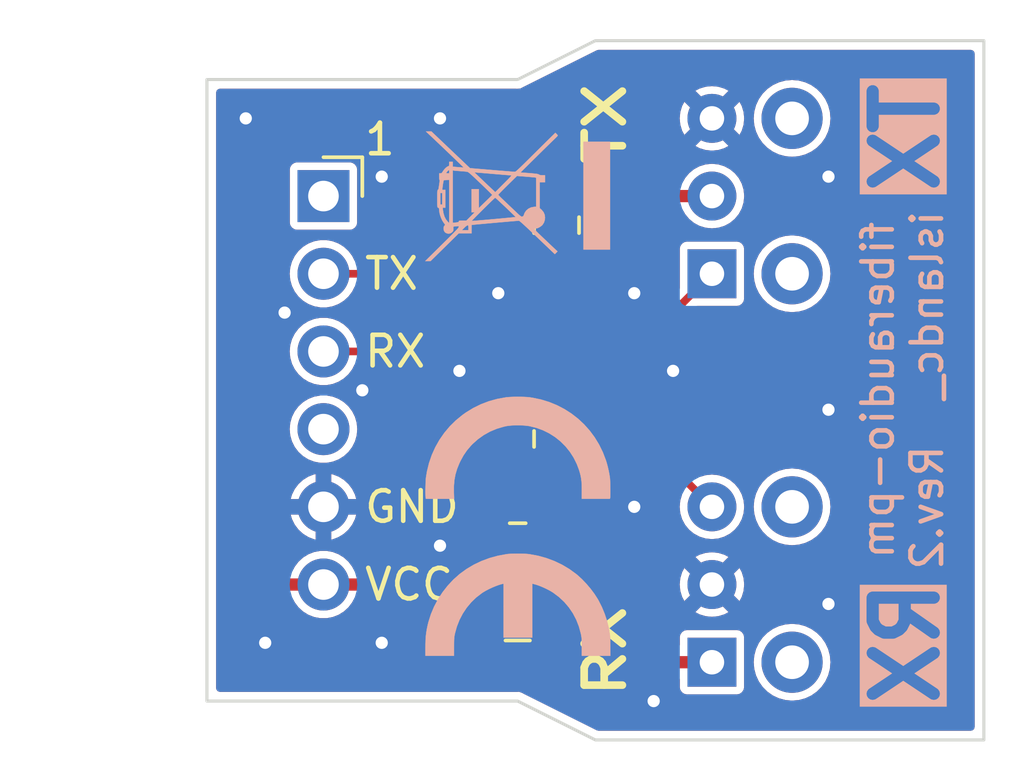
<source format=kicad_pcb>
(kicad_pcb (version 20221018) (generator pcbnew)
  (title_block (title "fiberaudio-pm") (date "2024-01-22") (rev "2") (company "https://github.com/islandcontroller/fiberaudio-pm"))
  (layers (0 "F.Cu" signal) (31 "B.Cu" signal) (34 "B.Paste" user) (35 "F.Paste" user) (36 "B.SilkS" user "B.Silkscreen") (37 "F.SilkS" user "F.Silkscreen") (38 "B.Mask" user) (39 "F.Mask" user) (44 "Edge.Cuts" user))
  (net 0 "")
  (net 1 "GND")
  (net 2 "Net-(J3-GND)")
  (net 3 "/RX")
  (net 5 "/TX")
  (net 7 "VCC")
  (footprint "Capacitor_SMD:C_0805_2012Metric" (layer "F.Cu") (at 101.6 62.55 90)
    (fp_text reference "C32" hide)
    (fp_text value "33p" hide)
    (fp_line (start -0.261252 -0.735) (end 0.261252 -0.735) (stroke (width 0.12)) (layer "F.SilkS"))
    (fp_line (start -0.261252 0.735) (end 0.261252 0.735) (stroke (width 0.12)) (layer "F.SilkS"))
    (pad "1" smd roundrect (at -0.95 0 90) (size 1 1.45) (layers "F.Cu" "F.Paste" "F.Mask") (net 3 "/RX"))
    (pad "2" smd roundrect (at 0.95 0 90) (size 1 1.45) (layers "F.Cu" "F.Paste" "F.Mask") (net 1 "GND"))
  )
  (footprint "Capacitor_SMD:C_0805_2012Metric" (layer "F.Cu") (at 100.33 66.04 180)
    (fp_text reference "C31" hide)
    (fp_text value "100n" hide)
    (fp_line (start -0.261252 -0.735) (end 0.261252 -0.735) (stroke (width 0.12)) (layer "F.SilkS"))
    (fp_line (start -0.261252 0.735) (end 0.261252 0.735) (stroke (width 0.12)) (layer "F.SilkS"))
    (pad "1" smd roundrect (at -0.95 0 180) (size 1 1.45) (layers "F.Cu" "F.Paste" "F.Mask") (net 2 "Net-(J3-GND)"))
    (pad "2" smd roundrect (at 0.95 0 180) (size 1 1.45) (layers "F.Cu" "F.Paste" "F.Mask") (net 1 "GND"))
  )
  (footprint "Capacitor_SMD:C_0805_2012Metric" (layer "F.Cu") (at 101.6 55.56 -90)
    (fp_text reference "C21" hide)
    (fp_text value "100n" hide)
    (fp_line (start -0.261252 -0.735) (end 0.261252 -0.735) (stroke (width 0.12)) (layer "F.SilkS"))
    (fp_line (start -0.261252 0.735) (end 0.261252 0.735) (stroke (width 0.12)) (layer "F.SilkS"))
    (pad "1" smd roundrect (at -0.95 0 270) (size 1 1.45) (layers "F.Cu" "F.Paste" "F.Mask") (net 7 "VCC"))
    (pad "2" smd roundrect (at 0.95 0 270) (size 1 1.45) (layers "F.Cu" "F.Paste" "F.Mask") (net 1 "GND"))
  )
  (footprint "custom:PinHeader_1x06_P2.54mm_Horizontal_Mirrored" (layer "F.Cu") (at 93.98 54.61)
    (fp_text reference "J1" hide)
    (fp_text value "Conn_01x06" hide)
    (fp_line (start 1.27 -1.27) (end 0 -1.27) (stroke (width 0.12)) (layer "F.SilkS"))
    (fp_line (start 1.27 0) (end 1.27 -1.27) (stroke (width 0.12)) (layer "F.SilkS"))
    (pad "1" thru_hole rect (at 0 0) (size 1.7 1.7) (drill 1) (layers "*.Cu" "*.Mask"))
    (pad "2" thru_hole oval (at 0 2.54) (size 1.7 1.7) (drill 1) (layers "*.Cu" "*.Mask") (net 5 "/TX"))
    (pad "3" thru_hole oval (at 0 5.08) (size 1.7 1.7) (drill 1) (layers "*.Cu" "*.Mask") (net 3 "/RX"))
    (pad "4" thru_hole oval (at 0 7.62) (size 1.7 1.7) (drill 1) (layers "*.Cu" "*.Mask"))
    (pad "5" thru_hole oval (at 0 10.16) (size 1.7 1.7) (drill 1) (layers "*.Cu" "*.Mask") (net 1 "GND"))
    (pad "6" thru_hole oval (at 0 12.7) (size 1.7 1.7) (drill 1) (layers "*.Cu" "*.Mask") (net 7 "VCC"))
  )
  (footprint "custom:Everlight_T10W" (layer "F.Cu") (at 106.68 67.31 90)
    (fp_text reference "J3" hide)
    (fp_text value "PLR237/T10BK")
    (pad "1" thru_hole rect (at -2.54 0 90) (size 1.6 1.6) (drill 0.8) (layers "*.Cu" "*.Mask") (net 2 "Net-(J3-GND)"))
    (pad "2" thru_hole circle (at 0 0 90) (size 1.6 1.6) (drill 0.8) (layers "*.Cu" "*.Mask") (net 1 "GND"))
    (pad "3" thru_hole circle (at 2.54 0 90) (size 1.6 1.6) (drill 0.8) (layers "*.Cu" "*.Mask") (net 3 "/RX"))
    (pad "4" thru_hole circle (at -2.54 2.62 90) (size 2 2) (drill 1.1) (layers "*.Cu" "*.Mask"))
    (pad "5" thru_hole circle (at 2.54 2.62 90) (size 2 2) (drill 1.1) (layers "*.Cu" "*.Mask"))
  )
  (footprint "custom:Everlight_T10W" (layer "F.Cu") (at 106.68 54.61 90)
    (fp_text reference "J2" hide)
    (fp_text value "PLT237/T10WH")
    (pad "1" thru_hole rect (at -2.54 0 90) (size 1.6 1.6) (drill 0.8) (layers "*.Cu" "*.Mask") (net 5 "/TX"))
    (pad "2" thru_hole circle (at 0 0 90) (size 1.6 1.6) (drill 0.8) (layers "*.Cu" "*.Mask") (net 7 "VCC"))
    (pad "3" thru_hole circle (at 2.54 0 90) (size 1.6 1.6) (drill 0.8) (layers "*.Cu" "*.Mask") (net 1 "GND"))
    (pad "4" thru_hole circle (at -2.54 2.62 90) (size 2 2) (drill 1.1) (layers "*.Cu" "*.Mask"))
    (pad "5" thru_hole circle (at 2.54 2.62 90) (size 2 2) (drill 1.1) (layers "*.Cu" "*.Mask"))
  )
  (footprint "Inductor_SMD:L_0805_2012Metric" (layer "F.Cu") (at 100.33 68.58)
    (fp_text reference "L31" hide)
    (fp_text value "47u" hide)
    (fp_line (start -0.399622 -0.56) (end 0.399622 -0.56) (stroke (width 0.12)) (layer "F.SilkS"))
    (fp_line (start -0.399622 0.56) (end 0.399622 0.56) (stroke (width 0.12)) (layer "F.SilkS"))
    (pad "1" smd roundrect (at -1.0625 0) (size 0.875 1.2) (layers "F.Cu" "F.Paste" "F.Mask") (net 7 "VCC"))
    (pad "2" smd roundrect (at 1.0625 0) (size 0.875 1.2) (layers "F.Cu" "F.Paste" "F.Mask") (net 2 "Net-(J3-GND)"))
  )
  (footprint "Symbol:WEEE-Logo_4.2x6mm_SilkScreen" (layer "B.Cu") (at 100.33 54.61 -90)
    (fp_text reference "REF**" hide)
    (fp_text value "WEEE-Logo_4.2x6mm_SilkScreen" hide)
    (fp_poly (pts (xy 1.747822 -3.017822) (xy -1.772971 -3.017822) (xy -1.772971 -2.150198) (xy 1.747822 -2.150198) (xy 1.747822 -3.017822)) (stroke (width 0.01)) (fill solid) (layer "B.SilkS"))
    (fp_poly (pts (xy 2.12443 2.935152) (xy 2.123811 2.848069) (xy 1.672086 2.389109) (xy 1.220361 1.930148) (xy 1.220032 1.719529) (xy 1.219703 1.508911) (xy 0.94461 1.508911) (xy 0.937522 1.45547) (xy 0.934838 1.431112) (xy 0.930313 1.385241) (xy 0.924191 1.320595) (xy 0.916712 1.239909) (xy 0.908119 1.145919) (xy 0.898654 1.041363) (xy 0.888558 0.928975) (xy 0.878074 0.811493) (xy 0.867444 0.691652) (xy 0.856909 0.572189) (xy 0.846713 0.455841) (xy 0.837095 0.345343) (xy 0.8283 0.243431) (xy 0.820568 0.152842) (xy 0.814142 0.076313) (xy 0.809263 0.016579) (xy 0.806175 -0.023624) (xy 0.805117 -0.041559) (xy 0.805118 -0.041644) (xy 0.812827 -0.056035) (xy 0.835981 -0.085748) (xy 0.874895 -0.131131) (xy 0.929884 -0.192529) (xy 1.001264 -0.270288) (xy 1.089349 -0.364754) (xy 1.194454 -0.476272) (xy 1.316895 -0.605188) (xy 1.35131 -0.641287) (xy 1.897137 -1.213416) (xy 1.808881 -1.301436) (xy 1.737485 -1.223758) (xy 1.711366 -1.195686) (xy 1.670566 -1.152274) (xy 1.617777 -1.096366) (xy 1.555691 -1.030808) (xy 1.487 -0.958441) (xy 1.414396 -0.882112) (xy 1.37096 -0.836524) (xy 1.289416 -0.751119) (xy 1.223504 -0.68271) (xy 1.171544 -0.630053) (xy 1.131855 -0.591905) (xy 1.102757 -0.56702) (xy 1.082569 -0.554156) (xy 1.06961 -0.552068) (xy 1.0622 -0.559513) (xy 1.058658 -0.575246) (xy 1.057303 -0.598023) (xy 1.057121 -0.604239) (xy 1.047703 -0.647061) (xy 1.024497 -0.698819) (xy 0.992136 -0.751328) (xy 0.955252 -0.796403) (xy 0.940493 -0.810328) (xy 0.864767 -0.859047) (xy 0.776308 -0.886306) (xy 0.6981 -0.892773) (xy 0.609468 -0.880576) (xy 0.527612 -0.844813) (xy 0.455164 -0.786722) (xy 0.441797 -0.772262) (xy 0.392918 -0.716733) (xy -0.452674 -0.716733) (xy -0.452674 -0.892773) (xy -0.67901 -0.892773) (xy -0.67901 -0.810531) (xy -0.68185 -0.754386) (xy -0.691393 -0.715416) (xy -0.702991 -0.694219) (xy -0.711277 -0.679052) (xy -0.718373 -0.657062) (xy -0.724748 -0.624987) (xy -0.730872 -0.579569) (xy -0.737216 -0.517548) (xy -0.74425 -0.435662) (xy -0.749066 -0.374746) (xy -0.771161 -0.089343) (xy -1.313565 -0.638805) (xy -1.411637 -0.738228) (xy -1.505784 -0.833815) (xy -1.594285 -0.92381) (xy -1.67542 -1.006457) (xy -1.747469 -1.080001) (xy -1.808712 -1.142684) (xy -1.857427 -1.192752) (xy -1.891896 -1.228448) (xy -1.910379 -1.247995) (xy -1.940743 -1.278944) (xy -1.966071 -1.30053) (xy -1.979695 -1.307723) (xy -1.997095 -1.299297) (xy -2.02246 -1.278245) (xy -2.031058 -1.269671) (xy -2.067514 -1.23162) (xy -1.866802 -1.027658) (xy -1.815596 -0.975699) (xy -1.749569 -0.90882) (xy -1.671618 -0.82995) (xy -1.584638 -0.742014) (xy -1.491526 -0.647941) (xy -1.395179 -0.550658) (xy -1.298492 -0.453093) (xy -1.229134 -0.383145) (xy -1.123703 -0.27655) (xy -1.035129 -0.186307) (xy -0.962281 -0.111192) (xy -0.904023 -0.049986) (xy -0.859225 -0.001466) (xy -0.837021 0.023871) (xy -0.658724 0.023871) (xy -0.636401 -0.261555) (xy -0.629669 -0.345219) (xy -0.623157 -0.421727) (xy -0.617234 -0.487081) (xy -0.612268 -0.537281) (xy -0.608629 -0.568329) (xy -0.607458 -0.575273) (xy -0.600838 -0.603565) (xy 0.348636 -0.603565) (xy 0.354974 -0.524606) (xy 0.37411 -0.431315) (xy 0.414154 -0.348791) (xy 0.472582 -0.280038) (xy 0.546871 -0.228063) (xy 0.630252 -0.196863) (xy 0.657302 -0.182228) (xy 0.670844 -0.150819) (xy 0.671128 -0.149434) (xy 0.672753 -0.136174) (xy 0.670744 -0.122595) (xy 0.663142 -0.106181) (xy 0.647984 -0.084411) (xy 0.623312 -0.054767) (xy 0.587164 -0.014732) (xy 0.53758 0.038215) (xy 0.472599 0.106591) (xy 0.468401 0.110995) (xy 0.398507 0.184389) (xy 0.3242 0.262563) (xy 0.250586 0.340136) (xy 0.182771 0.411725) (xy 0.12586 0.471949) (xy 0.113168 0.485413) (xy 0.064513 0.53618) (xy 0.021291 0.579625) (xy -0.013395 0.612759) (xy -0.036444 0.632595) (xy -0.044182 0.636954) (xy -0.055722 0.62783) (xy -0.08271 0.6028) (xy -0.123021 0.563948) (xy -0.174529 0.513357) (xy -0.235109 0.453112) (xy -0.302636 0.385296) (xy -0.357826 0.329435) (xy -0.658724 0.023871) (xy -0.837021 0.023871) (xy -0.826751 0.035589) (xy -0.805471 0.062401) (xy -0.794251 0.080192) (xy -0.791754 0.08843) (xy -0.7927 0.10641) (xy -0.795573 0.147108) (xy -0.800187 0.208181) (xy -0.806358 0.287287) (xy -0.813898 0.382086) (xy -0.822621 0.490233) (xy -0.832343 0.609388) (xy -0.842876 0.737209) (xy -0.851365 0.839365) (xy -0.899396 1.415326) (xy -0.775805 1.415326) (xy -0.775273 1.402896) (xy -0.772769 1.36789) (xy -0.768496 1.312785) (xy -0.762653 1.240057) (xy -0.755443 1.152186) (xy -0.747066 1.051649) (xy -0.737723 0.940923) (xy -0.728758 0.835795) (xy -0.718602 0.716517) (xy -0.709142 0.60392) (xy -0.700596 0.500695) (xy -0.693179 0.409527) (xy -0.687108 0.333105) (xy -0.682601 0.274117) (xy -0.679873 0.235251) (xy -0.679116 0.220156) (xy -0.677935 0.210762) (xy -0.673256 0.207034) (xy -0.663276 0.210529) (xy -0.64619 0.222801) (xy -0.620196 0.245406) (xy -0.58349 0.2799) (xy -0.534267 0.327838) (xy -0.470726 0.390776) (xy -0.403305 0.458032) (xy -0.127601 0.733523) (xy -0.129533 0.735594) (xy 0.05271 0.735594) (xy 0.061016 0.72422) (xy 0.084267 0.697437) (xy 0.120135 0.657708) (xy 0.166287 0.607493) (xy 0.220394 0.549254) (xy 0.280126 0.485453) (xy 0.343152 0.418551) (xy 0.407142 0.35101) (xy 0.469764 0.28529) (xy 0.52869 0.223854) (xy 0.581588 0.169163) (xy 0.626128 0.123678) (xy 0.65998 0.089862) (xy 0.680812 0.070174) (xy 0.686494 0.066163) (xy 0.688366 0.079109) (xy 0.692254 0.114866) (xy 0.697943 0.171196) (xy 0.705219 0.24586) (xy 0.713869 0.33662) (xy 0.723678 0.441238) (xy 0.734434 0.557474) (xy 0.745921 0.683092) (xy 0.755093 0.784382) (xy 0.766826 0.915721) (xy 0.777665 1.039448) (xy 0.78743 1.153319) (xy 0.795937 1.255089) (xy 0.803005 1.342513) (xy 0.808451 1.413347) (xy 0.812092 1.465347) (xy 0.813747 1.496268) (xy 0.813558 1.504297) (xy 0.803666 1.497146) (xy 0.778476 1.474159) (xy 0.74019 1.437561) (xy 0.691011 1.389578) (xy 0.633139 1.332434) (xy 0.568778 1.268353) (xy 0.500129 1.199562) (xy 0.429395 1.128284) (xy 0.358778 1.056745) (xy 0.29048 0.98717) (xy 0.226704 0.921783) (xy 0.16965 0.862809) (xy 0.121522 0.812473) (xy 0.084522 0.773001) (xy 0.060852 0.746617) (xy 0.05271 0.735594) (xy -0.129533 0.735594) (xy -0.230409 0.843705) (xy -0.282768 0.899623) (xy -0.341535 0.962052) (xy -0.404385 1.028557) (xy -0.468995 1.096702) (xy -0.533042 1.164052) (xy -0.594203 1.228172) (xy -0.650153 1.286628) (xy -0.69857 1.336982) (xy -0.73713 1.376802) (xy -0.763509 1.40365) (xy -0.775384 1.415092) (xy -0.775805 1.415326) (xy -0.899396 1.415326) (xy -0.911401 1.559274) (xy -1.511938 2.190842) (xy -2.112475 2.822411) (xy -2.112034 2.910685) (xy -2.111592 2.99896) (xy -2.014583 2.895334) (xy -1.960291 2.837537) (xy -1.896192 2.769632) (xy -1.824016 2.693428) (xy -1.745492 2.610731) (xy -1.662349 2.523347) (xy -1.576319 2.433085) (xy -1.48913 2.34175) (xy -1.402513 2.251151) (xy -1.318197 2.163093) (xy -1.237912 2.079385) (xy -1.163387 2.001833) (xy -1.096354 1.932243) (xy -1.038541 1.872424) (xy -0.991679 1.824182) (xy -0.957496 1.789324) (xy -0.937724 1.769657) (xy -0.93339 1.765884) (xy -0.933092 1.779008) (xy -0.934731 1.812611) (xy -0.938023 1.86212) (xy -0.942682 1.922963) (xy -0.944682 1.947268) (xy -0.959577 2.125049) (xy -0.842955 2.125049) (xy -0.836934 2.096757) (xy -0.833863 2.074382) (xy -0.829548 2.032283) (xy -0.824488 1.975822) (xy -0.819181 1.910365) (xy -0.817344 1.886138) (xy -0.811927 1.816579) (xy -0.806459 1.751982) (xy -0.801488 1.698452) (xy -0.797561 1.66209) (xy -0.796675 1.655491) (xy -0.793334 1.641944) (xy -0.786101 1.626086) (xy -0.77344 1.606139) (xy -0.753811 1.580327) (xy -0.725678 1.546871) (xy -0.687502 1.503993) (xy -0.637746 1.449917) (xy -0.574871 1.382864) (xy -0.497341 1.301057) (xy -0.418251 1.21805) (xy -0.339564 1.135906) (xy -0.266112 1.059831) (xy -0.199724 0.991675) (xy -0.142227 0.933288) (xy -0.095451 0.886519) (xy -0.061224 0.853218) (xy -0.041373 0.835233) (xy -0.03714 0.832558) (xy -0.026003 0.842259) (xy 0.000029 0.867559) (xy 0.03843 0.905918) (xy 0.086672 0.9548) (xy 0.14223 1.011666) (xy 0.182408 1.053094) (xy 0.392169 1.27) (xy -0.226337 1.27) (xy -0.226337 1.508911) (xy 0.528119 1.508911) (xy 0.528119 1.402458) (xy 0.666435 1.540346) (xy 0.764553 1.63816) (xy 0.955643 1.63816) (xy 0.957471 1.62273) (xy 0.966723 1.614133) (xy 0.98905 1.610387) (xy 1.030105 1.609511) (xy 1.037376 1.609505) (xy 1.119109 1.609505) (xy 1.119109 1.828828) (xy 1.037376 1.747821) (xy 0.99127 1.698572) (xy 0.963694 1.660841) (xy 0.955643 1.63816) (xy 0.764553 1.63816) (xy 0.804752 1.678234) (xy 0.804752 1.801048) (xy 0.805137 1.85755) (xy 0.8069 1.893495) (xy 0.81095 1.91347) (xy 0.818199 1.922063) (xy 0.82913 1.923861) (xy 0.841288 1.926502) (xy 0.850273 1.937088) (xy 0.857174 1.959619) (xy 0.863076 1.998091) (xy 0.869065 2.056502) (xy 0.870987 2.077896) (xy 0.875148 2.125049) (xy -0.842955 2.125049) (xy -0.959577 2.125049) (xy -1.119109 2.125049) (xy -1.119109 2.238218) (xy -1.051314 2.238218) (xy -1.011662 2.239304) (xy -0.990116 2.244546) (xy -0.98748 2.247666) (xy -0.848616 2.247666) (xy -0.841308 2.240538) (xy -0.815993 2.238338) (xy -0.798908 2.238218) (xy -0.741881 2.238218) (xy -0.529221 2.238218) (xy 0.885302 2.238218) (xy 0.837458 2.287214) (xy 0.76315 2.347676) (xy 0.671184 2.394309) (xy 0.560002 2.427751) (xy 0.449529 2.446247) (xy 0.377227 2.454878) (xy 0.377227 2.36396) (xy -0.201188 2.36396) (xy -0.201188 2.467107) (xy -0.286065 2.458504) (xy -0.345368 2.451244) (xy -0.408551 2.441621) (xy -0.446386 2.434748) (xy -0.521832 2.419593) (xy -0.525526 2.328905) (xy -0.529221 2.238218) (xy -0.741881 2.238218) (xy -0.741881 2.288515) (xy -0.743544 2.320024) (xy -0.747697 2.337537) (xy -0.749371 2.338812) (xy -0.767987 2.330746) (xy -0.795183 2.31118) (xy -0.822448 2.287056) (xy -0.841267 2.265318) (xy -0.842943 2.262492) (xy -0.848616 2.247666) (xy -0.98748 2.247666) (xy -0.979662 2.256919) (xy -0.975442 2.270396) (xy -0.958219 2.305373) (xy -0.925138 2.347421) (xy -0.881893 2.390644) (xy -0.834174 2.429146) (xy -0.80283 2.449199) (xy -0.767123 2.471149) (xy -0.748819 2.489589) (xy -0.742388 2.511332) (xy -0.741894 2.524282) (xy -0.741894 2.527425) (xy -0.100594 2.527425) (xy -0.100594 2.464554) (xy 0.276633 2.464554) (xy 0.276633 2.527425) (xy -0.100594 2.527425) (xy -0.741894 2.527425) (xy -0.741881 2.565148) (xy -0.636048 2.565148) (xy -0.587355 2.563971) (xy -0.549405 2.560835) (xy -0.528308 2.556329) (xy -0.526023 2.554505) (xy -0.512641 2.551705) (xy -0.480074 2.552852) (xy -0.433916 2.557607) (xy -0.402376 2.561997) (xy -0.345188 2.570622) (xy -0.292886 2.578409) (xy -0.253582 2.584153) (xy -0.242055 2.585785) (xy -0.211937 2.595112) (xy -0.201188 2.609728) (xy -0.19792 2.61568) (xy -0.18623 2.620222) (xy -0.163288 2.62353) (xy -0.126265 2.625785) (xy -0.072332 2.627166) (xy 0.00134 2.62785) (xy 0.08802 2.62802) (xy 0.180529 2.627923) (xy 0.250906 2.62747) (xy 0.302164 2.62641) (xy 0.33732 2.624497) (xy 0.359389 2.621481) (xy 0.371385 2.617115) (xy 0.376324 2.611151) (xy 0.377227 2.604216) (xy 0.384921 2.582205) (xy 0.410121 2.569679) (xy 0.456009 2.565212) (xy 0.464264 2.565148) (xy 0.541973 2.557132) (xy 0.630233 2.535064) (xy 0.721085 2.501916) (xy 0.80657 2.460661) (xy 0.878726 2.414269) (xy 0.888072 2.406918) (xy 0.918533 2.383002) (xy 0.936572 2.373424) (xy 0.949169 2.37652) (xy 0.9621 2.389296) (xy 1.000293 2.414322) (xy 1.049998 2.423929) (xy 1.103524 2.418933) (xy 1.153178 2.400149) (xy 1.191267 2.368394) (xy 1.194025 2.364703) (xy 1.222526 2.305425) (xy 1.227828 2.244066) (xy 1.210518 2.185573) (xy 1.17118 2.134896) (xy 1.16637 2.130711) (xy 1.13844 2.110833) (xy 1.110102 2.102079) (xy 1.070263 2.101447) (xy 1.060311 2.102008) (xy 1.021332 2.103438) (xy 1.001254 2.100161) (xy 0.993985 2.090272) (xy 0.99324 2.081039) (xy 0.991716 2.054256) (xy 0.987935 2.013975) (xy 0.985218 1.989876) (xy 0.981277 1.951599) (xy 0.982916 1.932004) (xy 0.992421 1.924842) (xy 1.009351 1.923861) (xy 1.019392 1.927099) (xy 1.03559 1.93758) (xy 1.059145 1.956452) (xy 1.091257 1.984865) (xy 1.133128 2.023965) (xy 1.185957 2.074903) (xy 1.250945 2.138827) (xy 1.329291 2.216886) (xy 1.422197 2.310228) (xy 1.530863 2.420002) (xy 1.583231 2.473048) (xy 2.125049 3.022233) (xy 2.12443 2.935152)) (stroke (width 0.01)) (fill solid) (layer "B.SilkS"))
  )
  (footprint "Symbol:CE-Logo_8.5x6mm_SilkScreen" (layer "B.Cu") (at 100.33 65.405 -90)
    (fp_text reference "REF**" hide)
    (fp_text value "CE-Logo_8.5x6mm_SilkScreen" hide)
    (fp_poly (pts (xy -1.060813 3.015685) (xy -0.99633 3.014025) (xy -0.949697 3.011055) (xy -0.929349 3.007912) (xy -0.899583 2.999935) (xy -0.899583 2.07947) (xy -1.109119 2.086741) (xy -1.318953 2.086477) (xy -1.513141 2.069618) (xy -1.69758 2.034925) (xy -1.878168 1.981161) (xy -2.060803 1.907089) (xy -2.136511 1.871121) (xy -2.317062 1.772023) (xy -2.479702 1.660674) (xy -2.632099 1.531592) (xy -2.691378 1.474295) (xy -2.848015 1.299139) (xy -2.983527 1.10848) (xy -3.097234 0.903606) (xy -3.188456 0.685807) (xy -3.256515 0.456371) (xy -3.276674 0.363803) (xy -3.288823 0.279756) (xy -3.296934 0.176766) (xy -3.301015 0.062035) (xy -3.301074 -0.057234) (xy -3.297116 -0.173837) (xy -3.289149 -0.280571) (xy -3.277181 -0.370233) (xy -3.275943 -0.377031) (xy -3.220089 -0.605759) (xy -3.140701 -0.823965) (xy -3.039069 -1.030177) (xy -2.916478 -1.222928) (xy -2.774219 -1.400748) (xy -2.613579 -1.562168) (xy -2.435845 -1.705719) (xy -2.242307 -1.829931) (xy -2.034252 -1.933336) (xy -1.850763 -2.002535) (xy -1.747623 -2.034118) (xy -1.652893 -2.058129) (xy -1.56013 -2.075463) (xy -1.462894 -2.087016) (xy -1.354742 -2.09368) (xy -1.229233 -2.096352) (xy -1.174089 -2.096504) (xy -0.899583 -2.096186) (xy -0.899583 -3.013164) (xy -0.929349 -3.021141) (xy -0.954749 -3.024138) (xy -1.001744 -3.026203) (xy -1.06549 -3.027382) (xy -1.141142 -3.027723) (xy -1.223854 -3.027274) (xy -1.308783 -3.026083) (xy -1.391083 -3.024197) (xy -1.465909 -3.021663) (xy -1.528417 -3.018531) (xy -1.573762 -3.014847) (xy -1.574271 -3.014789) (xy -1.687271 -2.998341) (xy -1.814872 -2.973706) (xy -1.947338 -2.943083) (xy -2.074934 -2.908667) (xy -2.156016 -2.883536) (xy -2.420553 -2.782498) (xy -2.671277 -2.659513) (xy -2.907195 -2.515777) (xy -3.12732 -2.352487) (xy -3.33066 -2.170838) (xy -3.516227 -1.972026) (xy -3.68303 -1.757247) (xy -3.830079 -1.527698) (xy -3.956385 -1.284573) (xy -4.060958 -1.02907) (xy -4.142808 -0.762383) (xy -4.200945 -0.485709) (xy -4.214162 -0.396875) (xy -4.222618 -0.312107) (xy -4.228437 -0.208118) (xy -4.231618 -0.092009) (xy -4.232161 0.029113) (xy -4.230066 0.148146) (xy -4.225334 0.257986) (xy -4.217963 0.351528) (xy -4.214162 0.383646) (xy -4.163241 0.666294) (xy -4.087795 0.939386) (xy -3.988081 1.202286) (xy -3.864354 1.454363) (xy -3.716872 1.694983) (xy -3.638048 1.805782) (xy -3.45977 2.023277) (xy -3.263767 2.221656) (xy -3.051402 2.400118) (xy -2.824041 2.557867) (xy -2.583047 2.694103) (xy -2.329787 2.808029) (xy -2.065623 2.898847) (xy -1.791921 2.965759) (xy -1.60112 2.997187) (xy -1.548646 3.00251) (xy -1.479782 3.00707) (xy -1.399419 3.010788) (xy -1.31245 3.013587) (xy -1.223764 3.015388) (xy -1.138255 3.016113) (xy -1.060813 3.015685)) (stroke (width 0.01)) (fill solid) (layer "B.SilkS"))
    (fp_poly (pts (xy 4.233335 2.083594) (xy 3.938985 2.083305) (xy 3.83701 2.08288) (xy 3.756355 2.081592) (xy 3.691888 2.079086) (xy 3.638476 2.075004) (xy 3.590988 2.068992) (xy 3.544289 2.060692) (xy 3.510389 2.053564) (xy 3.280549 1.990246) (xy 3.061232 1.903988) (xy 2.854201 1.795991) (xy 2.66122 1.667456) (xy 2.484049 1.519582) (xy 2.324453 1.35357) (xy 2.184193 1.170621) (xy 2.159554 1.133551) (xy 2.107756 1.046598) (xy 2.054855 0.94518) (xy 2.003836 0.836134) (xy 1.957682 0.726298) (xy 1.919375 0.622512) (xy 1.891898 0.531612) (xy 1.885804 0.506016) (xy 1.876439 0.463021) (xy 3.638021 0.463021) (xy 3.638021 -0.47625) (xy 1.876439 -0.47625) (xy 1.885804 -0.519244) (xy 1.910864 -0.610611) (xy 1.948352 -0.716469) (xy 1.995185 -0.829878) (xy 2.048282 -0.943892) (xy 2.10456 -1.051569) (xy 2.160936 -1.145967) (xy 2.170392 -1.160319) (xy 2.314134 -1.351791) (xy 2.475333 -1.52363) (xy 2.65299 -1.675163) (xy 2.846109 -1.805719) (xy 3.053691 -1.914624) (xy 3.274738 -2.001206) (xy 3.508255 -2.064794) (xy 3.513956 -2.066021) (xy 3.566538 -2.076622) (xy 3.614958 -2.084513) (xy 3.664609 -2.090078) (xy 3.720881 -2.093702) (xy 3.789168 -2.095769) (xy 3.874859 -2.096664) (xy 3.945599 -2.096799) (xy 4.233333 -2.096776) (xy 4.233333 -3.029479) (xy 3.945599 -3.027762) (xy 3.853624 -3.026709) (xy 3.763891 -3.024766) (xy 3.682158 -3.022126) (xy 3.614179 -3.018981) (xy 3.565711 -3.015526) (xy 3.558646 -3.014789) (xy 3.333237 -2.978594) (xy 3.101386 -2.921376) (xy 2.869425 -2.845284) (xy 2.643685 -2.752465) (xy 2.430499 -2.645068) (xy 2.374697 -2.613135) (xy 2.211156 -2.507667) (xy 2.045214 -2.383545) (xy 1.883427 -2.246431) (xy 1.73235 -2.101982) (xy 1.59854 -1.955859) (xy 1.561993 -1.911607) (xy 1.400673 -1.690012) (xy 1.259348 -1.452378) (xy 1.139025 -1.201089) (xy 1.040711 -0.938532) (xy 0.965412 -0.667092) (xy 0.914135 -0.389155) (xy 0.91159 -0.370416) (xy 0.904641 -0.298751) (xy 0.899708 -0.208046) (xy 0.896792 -0.104923) (xy 0.895895 0.003991) (xy 0.897019 0.112075) (xy 0.900166 0.212702) (xy 0.905338 0.299248) (xy 0.911383 0.357188) (xy 0.963339 0.642106) (xy 1.038569 0.917646) (xy 1.136391 1.182191) (xy 1.256121 1.434123) (xy 1.397076 1.671823) (xy 1.558573 1.893675) (xy 1.561993 1.897921) (xy 1.74228 2.100879) (xy 1.941422 2.287344) (xy 2.156973 2.455786) (xy 2.386485 2.604675) (xy 2.627509 2.732483) (xy 2.8776 2.837678) (xy 3.134309 2.918733) (xy 3.234619 2.943231) (xy 3.35853 2.969062) (xy 3.4737 2.988408) (xy 3.58752 3.002019) (xy 3.707385 3.010644) (xy 3.840687 3.015032) (xy 3.952213 3.015992) (xy 4.233333 3.01625) (xy 4.233335 2.083594)) (stroke (width 0.01)) (fill solid) (layer "B.SilkS"))
  )
  (gr_poly (pts (xy 100.33 50.8) (xy 90.17 50.8) (xy 90.17 71.12) (xy 100.33 71.12) (xy 102.87 72.39) (xy 115.57 72.39) (xy 115.57 49.53) (xy 102.87 49.53)) (stroke (width 0.1)) (fill none) (layer "Edge.Cuts"))
  (gr_text "TX" (at 113.03 52.705 90) (layer "B.SilkS" knockout) (effects (font (size 2 2) (thickness 0.4) bold) (justify mirror)))
  (gr_text "RX" (at 113.03 69.215 90) (layer "B.SilkS" knockout) (effects (font (size 2 2) (thickness 0.4) bold) (justify mirror)))
  (gr_text "fiberaudio-pm\nislandc_  Rev.${REVISION}\n" (at 114.3 60.96 90) (layer "B.SilkS") (effects (font (size 1 1)) (justify bottom mirror)))
  (gr_text "RX" (at 103.1875 71.12 90) (layer "F.SilkS") (effects (font (size 1.25 1.5) (thickness 0.25) bold) (justify left)))
  (gr_text "TX" (at 95.25 57.15) (layer "F.SilkS") (effects (font (size 1 1)) (justify left)))
  (gr_text "GND" (at 95.25 64.77) (layer "F.SilkS") (effects (font (size 1 1)) (justify left)))
  (gr_text "1" (at 95.25 53.34) (layer "F.SilkS") (effects (font (size 1 1)) (justify left bottom)))
  (gr_text "RX" (at 95.25 59.69) (layer "F.SilkS") (effects (font (size 1 1)) (justify left)))
  (gr_text "VCC" (at 95.25 67.31) (layer "F.SilkS") (effects (font (size 1 1)) (justify left)))
  (gr_text "TX" (at 103.1875 50.8 90) (layer "F.SilkS") (effects (font (size 1.25 1.5) (thickness 0.25) bold) (justify right)))
  (via (at 98.425 60.325) (size 0.8) (drill 0.4) (layers "F.Cu" "B.Cu") (net 1))
  (via (at 97.79 66.04) (size 0.8) (drill 0.4) (layers "F.Cu" "B.Cu") (net 1))
  (via (at 105.41 60.325) (size 0.8) (drill 0.4) (layers "F.Cu" "B.Cu") (net 1))
  (via (at 95.885 53.975) (size 0.8) (drill 0.4) (layers "F.Cu" "B.Cu") (net 1))
  (via (at 104.14 64.77) (size 0.8) (drill 0.4) (layers "F.Cu" "B.Cu") (net 1))
  (via (at 92.075 69.215) (size 0.8) (drill 0.4) (layers "F.Cu" "B.Cu") (net 1))
  (via (at 104.775 71.12) (size 0.8) (drill 0.4) (layers "F.Cu" "B.Cu") (net 1))
  (via (at 104.14 57.785) (size 0.8) (drill 0.4) (layers "F.Cu" "B.Cu") (net 1))
  (via (at 92.71 58.42) (size 0.8) (drill 0.4) (layers "F.Cu" "B.Cu") (net 1))
  (via (at 95.885 69.215) (size 0.8) (drill 0.4) (layers "F.Cu" "B.Cu") (net 1))
  (via (at 110.49 53.975) (size 0.8) (drill 0.4) (layers "F.Cu" "B.Cu") (net 1))
  (via (at 99.695 57.785) (size 0.8) (drill 0.4) (layers "F.Cu" "B.Cu") (net 1))
  (via (at 110.49 61.595) (size 0.8) (drill 0.4) (layers "F.Cu" "B.Cu") (net 1))
  (via (at 110.49 67.945) (size 0.8) (drill 0.4) (layers "F.Cu" "B.Cu") (net 1))
  (via (at 95.25 60.96) (size 0.8) (drill 0.4) (layers "F.Cu" "B.Cu") (net 1))
  (via (at 97.79 52.07) (size 0.8) (drill 0.4) (layers "F.Cu" "B.Cu") (net 1))
  (via (at 91.44 52.07) (size 0.8) (drill 0.4) (layers "F.Cu" "B.Cu") (net 1))
  (segment (start 101.3925 68.58) (end 103.505 68.58) (width 0.4) (layer "F.Cu") (net 2))
  (segment (start 104.775 69.85) (end 106.68 69.85) (width 0.4) (layer "F.Cu") (net 2))
  (segment (start 103.505 68.58) (end 104.775 69.85) (width 0.4) (layer "F.Cu") (net 2))
  (segment (start 101.3925 68.58) (end 101.3925 67.31) (width 0.4) (layer "F.Cu") (net 2))
  (segment (start 101.3925 66.1525) (end 101.28 66.04) (width 0.4) (layer "F.Cu") (net 2))
  (segment (start 101.3925 67.31) (end 101.3925 66.1525) (width 0.4) (layer "F.Cu") (net 2))
  (segment (start 99.695 63.5) (end 101.6 63.5) (width 0.25) (layer "F.Cu") (net 3))
  (segment (start 105.41 63.5) (end 106.68 64.77) (width 0.25) (layer "F.Cu") (net 3))
  (segment (start 95.885 59.69) (end 99.695 63.5) (width 0.25) (layer "F.Cu") (net 3))
  (segment (start 101.6 63.5) (end 105.41 63.5) (width 0.25) (layer "F.Cu") (net 3))
  (segment (start 93.98 59.69) (end 95.885 59.69) (width 0.25) (layer "F.Cu") (net 3))
  (segment (start 93.98 57.15) (end 97.155 57.15) (width 0.25) (layer "F.Cu") (net 5))
  (segment (start 99.06 59.055) (end 104.775 59.055) (width 0.25) (layer "F.Cu") (net 5))
  (segment (start 97.155 57.15) (end 99.06 59.055) (width 0.25) (layer "F.Cu") (net 5))
  (segment (start 104.775 59.055) (end 106.68 57.15) (width 0.25) (layer "F.Cu") (net 5))
  (segment (start 91.7575 66.675) (end 92.3925 67.31) (width 0.4) (layer "F.Cu") (net 7))
  (segment (start 92.3925 67.31) (end 93.98 67.31) (width 0.4) (layer "F.Cu") (net 7))
  (segment (start 92.71 52.3875) (end 91.7575 53.34) (width 0.4) (layer "F.Cu") (net 7))
  (segment (start 96.2025 52.3875) (end 92.71 52.3875) (width 0.4) (layer "F.Cu") (net 7))
  (segment (start 98.425 54.61) (end 96.2025 52.3875) (width 0.4) (layer "F.Cu") (net 7))
  (segment (start 91.7575 53.34) (end 91.7575 66.675) (width 0.4) (layer "F.Cu") (net 7))
  (segment (start 106.68 54.61) (end 101.6 54.61) (width 0.4) (layer "F.Cu") (net 7))
  (segment (start 101.6 54.61) (end 98.425 54.61) (width 0.4) (layer "F.Cu") (net 7))
  (segment (start 95.885 67.31) (end 97.155 68.58) (width 0.4) (layer "F.Cu") (net 7))
  (segment (start 97.155 68.58) (end 99.2675 68.58) (width 0.4) (layer "F.Cu") (net 7))
  (segment (start 93.98 67.31) (end 95.885 67.31) (width 0.4) (layer "F.Cu") (net 7))
  (zone (net 0) (net_name "") (layer "F.Cu") (connect_pads (clearance 0)) (min_thickness 0.25)
    (keepout (tracks allowed) (vias allowed) (pads allowed) (copperpour not_allowed) (footprints allowed))
    (fill (thermal_gap 0.5) (thermal_bridge_width 0.5))
    (polygon (pts (xy 99.232867 67.705525) (xy 101.307686 67.721862) (xy 101.307686 69.40459) (xy 99.200192 69.388253)))
  )
  (zone (net 1) (net_name "GND") (layer "F.Cu") (connect_pads (clearance 0.25)) (min_thickness 0.25) (fill yes (thermal_gap 0.25) (thermal_bridge_width 0.508))
    (polygon (pts (xy 90.17 50.8) (xy 90.17 71.12) (xy 100.33 71.12) (xy 102.87 72.39) (xy 115.57 72.39) (xy 115.57 49.53) (xy 102.87 49.53) (xy 100.33 50.8)))
  )
  (zone (net 1) (net_name "GND") (layer "B.Cu") (priority 1) (connect_pads (clearance 0.25)) (min_thickness 0.25) (fill yes (thermal_gap 0.25) (thermal_bridge_width 0.508))
    (polygon (pts (xy 102.87 49.53) (xy 100.33 50.8) (xy 90.17 50.8) (xy 90.17 71.12) (xy 100.33 71.12) (xy 102.87 72.39) (xy 115.57 72.39) (xy 115.57 49.53)))
  )
)
</source>
